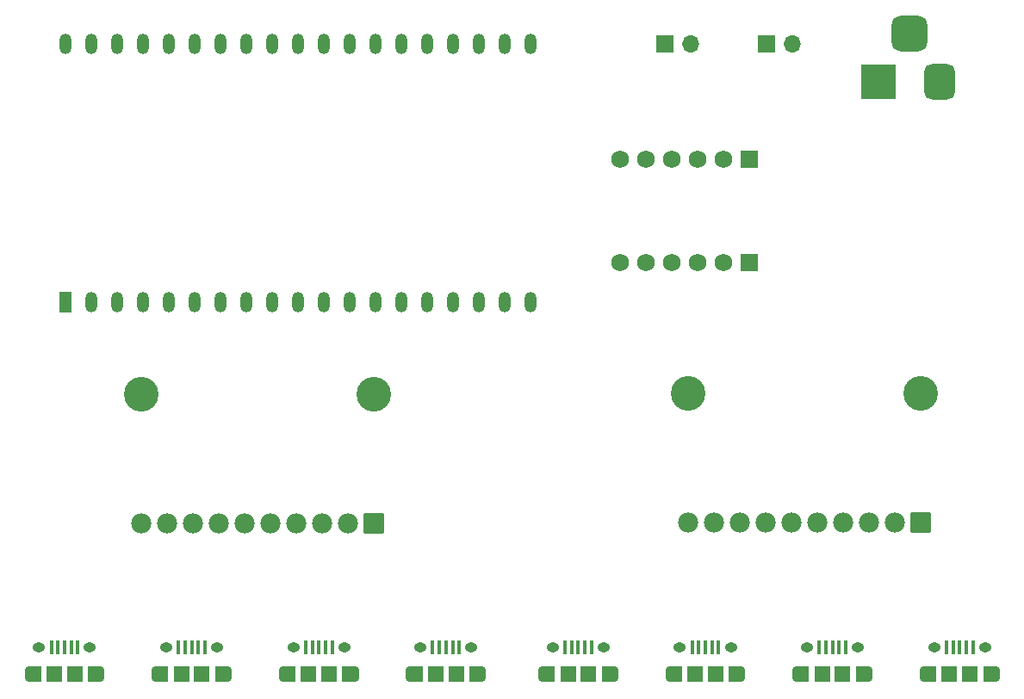
<source format=gbr>
%TF.GenerationSoftware,KiCad,Pcbnew,8.0.4*%
%TF.CreationDate,2024-08-26T16:46:39+08:00*%
%TF.ProjectId,ESP_Board_Test,4553505f-426f-4617-9264-5f546573742e,rev?*%
%TF.SameCoordinates,Original*%
%TF.FileFunction,Soldermask,Top*%
%TF.FilePolarity,Negative*%
%FSLAX46Y46*%
G04 Gerber Fmt 4.6, Leading zero omitted, Abs format (unit mm)*
G04 Created by KiCad (PCBNEW 8.0.4) date 2024-08-26 16:46:39*
%MOMM*%
%LPD*%
G01*
G04 APERTURE LIST*
G04 Aperture macros list*
%AMRoundRect*
0 Rectangle with rounded corners*
0 $1 Rounding radius*
0 $2 $3 $4 $5 $6 $7 $8 $9 X,Y pos of 4 corners*
0 Add a 4 corners polygon primitive as box body*
4,1,4,$2,$3,$4,$5,$6,$7,$8,$9,$2,$3,0*
0 Add four circle primitives for the rounded corners*
1,1,$1+$1,$2,$3*
1,1,$1+$1,$4,$5*
1,1,$1+$1,$6,$7*
1,1,$1+$1,$8,$9*
0 Add four rect primitives between the rounded corners*
20,1,$1+$1,$2,$3,$4,$5,0*
20,1,$1+$1,$4,$5,$6,$7,0*
20,1,$1+$1,$6,$7,$8,$9,0*
20,1,$1+$1,$8,$9,$2,$3,0*%
G04 Aperture macros list end*
%ADD10R,1.700000X1.700000*%
%ADD11O,1.700000X1.700000*%
%ADD12R,0.400000X1.350000*%
%ADD13O,0.890000X1.550000*%
%ADD14R,1.200000X1.550000*%
%ADD15O,1.250000X0.950000*%
%ADD16R,1.500000X1.550000*%
%ADD17R,1.200000X2.000000*%
%ADD18O,1.200000X2.000000*%
%ADD19R,3.500000X3.500000*%
%ADD20RoundRect,0.750000X0.750000X1.000000X-0.750000X1.000000X-0.750000X-1.000000X0.750000X-1.000000X0*%
%ADD21RoundRect,0.875000X0.875000X0.875000X-0.875000X0.875000X-0.875000X-0.875000X0.875000X-0.875000X0*%
%ADD22C,1.728000*%
%ADD23RoundRect,0.102000X-0.762000X0.762000X-0.762000X-0.762000X0.762000X-0.762000X0.762000X0.762000X0*%
%ADD24RoundRect,0.102000X-0.889000X-0.889000X0.889000X-0.889000X0.889000X0.889000X-0.889000X0.889000X0*%
%ADD25C,1.982000*%
%ADD26C,3.404000*%
G04 APERTURE END LIST*
D10*
%TO.C,J11*%
X100000000Y-31500000D03*
D11*
X102540000Y-31500000D03*
%TD*%
D12*
%TO.C,J4*%
X54700000Y-90850000D03*
X55350000Y-90850000D03*
X56000000Y-90850000D03*
X56650000Y-90850000D03*
X57300000Y-90850000D03*
D13*
X52500000Y-93550000D03*
D14*
X53100000Y-93550000D03*
D15*
X53500000Y-90850000D03*
D16*
X55000000Y-93550000D03*
X57000000Y-93550000D03*
D15*
X58500000Y-90850000D03*
D14*
X58900000Y-93550000D03*
D13*
X59500000Y-93550000D03*
%TD*%
D12*
%TO.C,J8*%
X105200000Y-90850000D03*
X105850000Y-90850000D03*
X106500000Y-90850000D03*
X107150000Y-90850000D03*
X107800000Y-90850000D03*
D13*
X103000000Y-93550000D03*
D14*
X103600000Y-93550000D03*
D15*
X104000000Y-90850000D03*
D16*
X105500000Y-93550000D03*
X107500000Y-93550000D03*
D15*
X109000000Y-90850000D03*
D14*
X109400000Y-93550000D03*
D13*
X110000000Y-93550000D03*
%TD*%
D12*
%TO.C,J9*%
X117700000Y-90850000D03*
X118350000Y-90850000D03*
X119000000Y-90850000D03*
X119650000Y-90850000D03*
X120300000Y-90850000D03*
D13*
X115500000Y-93550000D03*
D14*
X116100000Y-93550000D03*
D15*
X116500000Y-90850000D03*
D16*
X118000000Y-93550000D03*
X120000000Y-93550000D03*
D15*
X121500000Y-90850000D03*
D14*
X121900000Y-93550000D03*
D13*
X122500000Y-93550000D03*
%TD*%
D12*
%TO.C,J2*%
X29700000Y-90850000D03*
X30350000Y-90850000D03*
X31000000Y-90850000D03*
X31650000Y-90850000D03*
X32300000Y-90850000D03*
D13*
X27500000Y-93550000D03*
D14*
X28100000Y-93550000D03*
D15*
X28500000Y-90850000D03*
D16*
X30000000Y-93550000D03*
X32000000Y-93550000D03*
D15*
X33500000Y-90850000D03*
D14*
X33900000Y-93550000D03*
D13*
X34500000Y-93550000D03*
%TD*%
D12*
%TO.C,J6*%
X80200000Y-90850000D03*
X80850000Y-90850000D03*
X81500000Y-90850000D03*
X82150000Y-90850000D03*
X82800000Y-90850000D03*
D13*
X78000000Y-93550000D03*
D14*
X78600000Y-93550000D03*
D15*
X79000000Y-90850000D03*
D16*
X80500000Y-93550000D03*
X82500000Y-93550000D03*
D15*
X84000000Y-90850000D03*
D14*
X84400000Y-93550000D03*
D13*
X85000000Y-93550000D03*
%TD*%
D17*
%TO.C,U1*%
X31100000Y-56900000D03*
D18*
X33640000Y-56900000D03*
X36180000Y-56900000D03*
X38720000Y-56900000D03*
X41260000Y-56900000D03*
X43800000Y-56900000D03*
X46340000Y-56900000D03*
X48880000Y-56900000D03*
X51420000Y-56900000D03*
X53960000Y-56900000D03*
X56500000Y-56900000D03*
X59040000Y-56900000D03*
X61580000Y-56900000D03*
X64120000Y-56900000D03*
X66660000Y-56900000D03*
X69200000Y-56900000D03*
X71740000Y-56900000D03*
X74280000Y-56900000D03*
X76820000Y-56900000D03*
X76817280Y-31503680D03*
X74277280Y-31503680D03*
X71740000Y-31500000D03*
X69200000Y-31500000D03*
X66660000Y-31500000D03*
X64120000Y-31500000D03*
X61580000Y-31500000D03*
X59040000Y-31500000D03*
X56500000Y-31500000D03*
X53960000Y-31500000D03*
X51420000Y-31500000D03*
X48880000Y-31500000D03*
X46340000Y-31500000D03*
X43800000Y-31500000D03*
X41260000Y-31500000D03*
X38720000Y-31500000D03*
X36180000Y-31500000D03*
X33640000Y-31500000D03*
X31100000Y-31500000D03*
%TD*%
D12*
%TO.C,J3*%
X42200000Y-90850000D03*
X42850000Y-90850000D03*
X43500000Y-90850000D03*
X44150000Y-90850000D03*
X44800000Y-90850000D03*
D13*
X40000000Y-93550000D03*
D14*
X40600000Y-93550000D03*
D15*
X41000000Y-90850000D03*
D16*
X42500000Y-93550000D03*
X44500000Y-93550000D03*
D15*
X46000000Y-90850000D03*
D14*
X46400000Y-93550000D03*
D13*
X47000000Y-93550000D03*
%TD*%
D12*
%TO.C,J7*%
X92700000Y-90850000D03*
X93350000Y-90850000D03*
X94000000Y-90850000D03*
X94650000Y-90850000D03*
X95300000Y-90850000D03*
D13*
X90500000Y-93550000D03*
D14*
X91100000Y-93550000D03*
D15*
X91500000Y-90850000D03*
D16*
X93000000Y-93550000D03*
X95000000Y-93550000D03*
D15*
X96500000Y-90850000D03*
D14*
X96900000Y-93550000D03*
D13*
X97500000Y-93550000D03*
%TD*%
D19*
%TO.C,J1*%
X111025000Y-35257500D03*
D20*
X117025000Y-35257500D03*
D21*
X114025000Y-30557500D03*
%TD*%
D10*
%TO.C,J10*%
X90000000Y-31500000D03*
D11*
X92540000Y-31500000D03*
%TD*%
D22*
%TO.C,U2*%
X90730000Y-53030000D03*
X90730000Y-42870000D03*
X93270000Y-53030000D03*
D23*
X98350000Y-53030000D03*
D22*
X95810000Y-53030000D03*
X88190000Y-53030000D03*
X85650000Y-53030000D03*
X93270000Y-42870000D03*
D23*
X98350000Y-42870000D03*
D22*
X95810000Y-42870000D03*
X88190000Y-42870000D03*
X85650000Y-42870000D03*
%TD*%
D24*
%TO.C,U5*%
X115180000Y-78642500D03*
D25*
X112640000Y-78642500D03*
X110100000Y-78642500D03*
X107560000Y-78642500D03*
X105020000Y-78642500D03*
X102480000Y-78642500D03*
X99940000Y-78642500D03*
X97400000Y-78642500D03*
X94860000Y-78642500D03*
X92320000Y-78642500D03*
D26*
X92320000Y-65942500D03*
X115180000Y-65942500D03*
%TD*%
D12*
%TO.C,J5*%
X67200000Y-90850000D03*
X67850000Y-90850000D03*
X68500000Y-90850000D03*
X69150000Y-90850000D03*
X69800000Y-90850000D03*
D13*
X65000000Y-93550000D03*
D14*
X65600000Y-93550000D03*
D15*
X66000000Y-90850000D03*
D16*
X67500000Y-93550000D03*
X69500000Y-93550000D03*
D15*
X71000000Y-90850000D03*
D14*
X71400000Y-93550000D03*
D13*
X72000000Y-93550000D03*
%TD*%
D24*
%TO.C,U4*%
X61430000Y-78667500D03*
D25*
X58890000Y-78667500D03*
X56350000Y-78667500D03*
X53810000Y-78667500D03*
X51270000Y-78667500D03*
X48730000Y-78667500D03*
X46190000Y-78667500D03*
X43650000Y-78667500D03*
X41110000Y-78667500D03*
X38570000Y-78667500D03*
D26*
X38570000Y-65967500D03*
X61430000Y-65967500D03*
%TD*%
M02*

</source>
